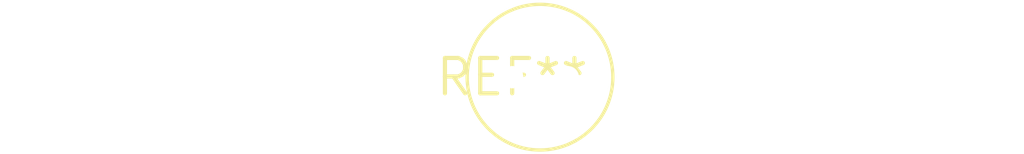
<source format=kicad_pcb>
(kicad_pcb (version 20240108) (generator pcbnew)
  (layers (0 "F.Cu" signal) (31 "B.Cu" signal) (34 "B.Paste" user) (35 "F.Paste" user) (36 "B.SilkS" user "B.Silkscreen") (37 "F.SilkS" user "F.Silkscreen") (38 "B.Mask" user) (39 "F.Mask" user) (44 "Edge.Cuts" user))
  (net 0 "")
  (footprint "C_Radial_D5.0mm_H11.0mm_P2.00mm" (layer "F.Cu") (at 0 0)
    (property "Reference" "REF**")
    (property "Value" "C_Radial_D5.0mm_H11.0mm_P2.00mm")
    (fp_circle (center 1 0) (end 3.62 0) (layer "F.SilkS") (stroke (width 0.12)) (fill none))
    (pad "1" thru_hole circle (at 0 0) (size 1.6 1.6) (drill 0.8) (layers *.Cu *.Mask) (remove_unused_layers))
    (pad "2" thru_hole circle (at 2 0) (size 1.6 1.6) (drill 0.8) (layers *.Cu *.Mask) (remove_unused_layers))
  )
)
</source>
